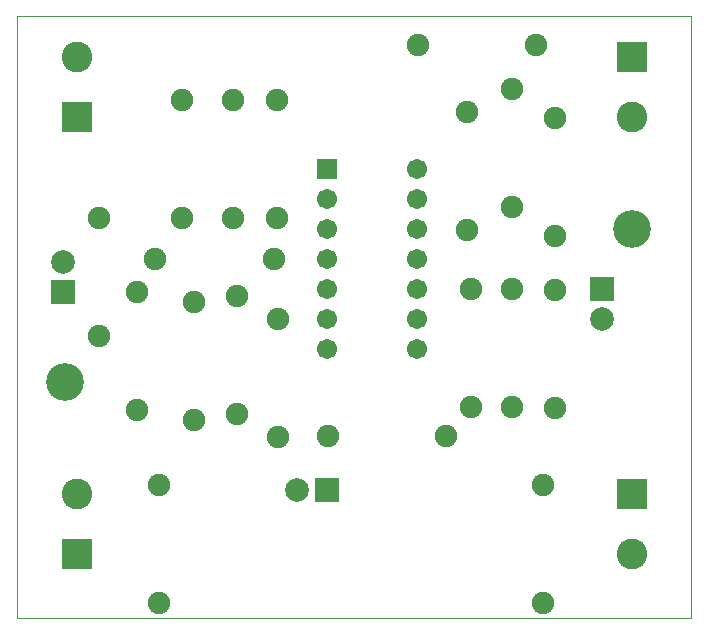
<source format=gts>
G04 Layer_Color=8388736*
%FSLAX44Y44*%
%MOMM*%
G71*
G01*
G75*
%ADD12C,0.1000*%
%ADD28C,3.2032*%
%ADD29C,2.0032*%
%ADD30R,2.0032X2.0032*%
%ADD31R,2.0032X2.0032*%
%ADD32C,1.9032*%
%ADD33R,2.6032X2.6032*%
%ADD34C,2.6032*%
%ADD35R,1.7032X1.7032*%
%ADD36C,1.7032*%
D12*
X-40000Y-200000D02*
X530000D01*
Y310000D01*
X-40000Y-200000D02*
Y310000D01*
X530000D01*
D28*
X480000Y130000D02*
D03*
X0Y0D02*
D03*
D29*
X454520Y53050D02*
D03*
X196710Y-91730D02*
D03*
X-1410Y101310D02*
D03*
D30*
X454520Y78450D02*
D03*
X-1410Y75910D02*
D03*
D31*
X222110Y-91730D02*
D03*
D32*
X29070Y38610D02*
D03*
Y138610D02*
D03*
X180200Y53520D02*
D03*
Y-46480D02*
D03*
X378460Y148120D02*
D03*
Y248120D02*
D03*
X415150Y77650D02*
D03*
Y-22350D02*
D03*
X142100Y138940D02*
D03*
Y238940D02*
D03*
X98920Y138940D02*
D03*
Y238940D02*
D03*
X145910Y72570D02*
D03*
Y-27430D02*
D03*
X60820Y-23620D02*
D03*
Y76380D02*
D03*
X344030Y78920D02*
D03*
Y-21080D02*
D03*
X322910Y-46010D02*
D03*
X222910D02*
D03*
X299250Y285750D02*
D03*
X399250D02*
D03*
X415150Y223700D02*
D03*
Y123700D02*
D03*
X109080Y67490D02*
D03*
Y-32510D02*
D03*
X180000Y138940D02*
D03*
Y238940D02*
D03*
X378320Y78920D02*
D03*
Y-21080D02*
D03*
X340360Y129070D02*
D03*
Y229070D02*
D03*
X76860Y103850D02*
D03*
X176860D02*
D03*
X404990Y-87450D02*
D03*
Y-187450D02*
D03*
X79870Y-87450D02*
D03*
Y-187450D02*
D03*
D33*
X10000Y224600D02*
D03*
X480000Y275400D02*
D03*
Y-94600D02*
D03*
X10000Y-145400D02*
D03*
D34*
Y275400D02*
D03*
X480000Y224600D02*
D03*
Y-145400D02*
D03*
X10000Y-94600D02*
D03*
D35*
X222110Y180050D02*
D03*
D36*
Y154650D02*
D03*
Y129250D02*
D03*
Y103850D02*
D03*
Y78450D02*
D03*
Y53050D02*
D03*
Y27650D02*
D03*
X298310Y180050D02*
D03*
Y154650D02*
D03*
Y129250D02*
D03*
Y103850D02*
D03*
Y78450D02*
D03*
Y53050D02*
D03*
Y27650D02*
D03*
M02*

</source>
